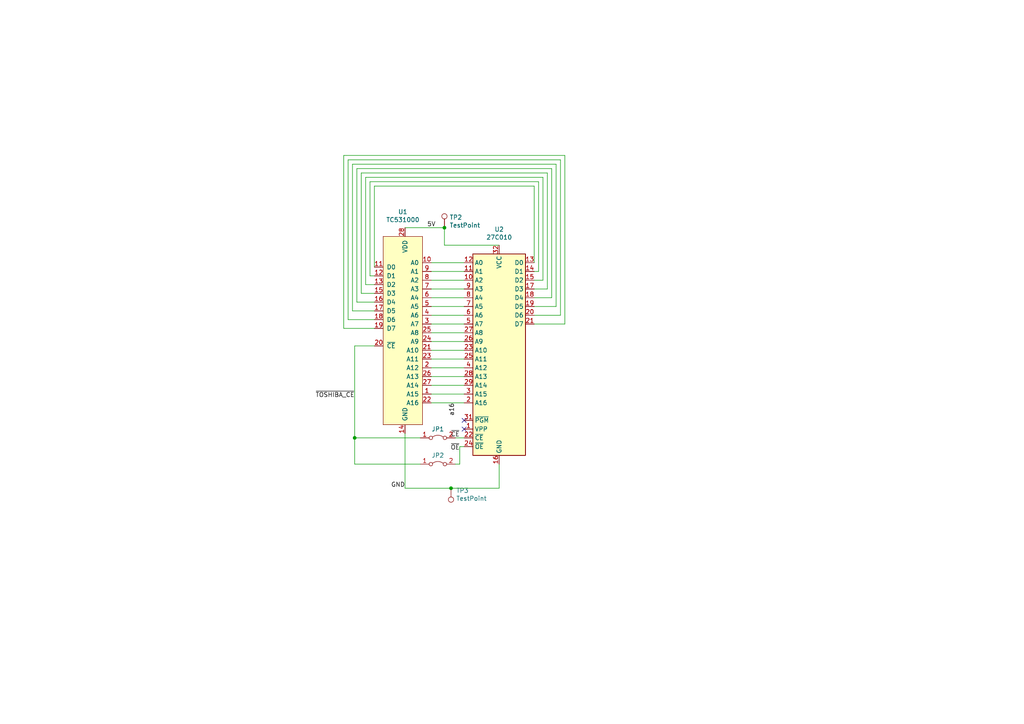
<source format=kicad_sch>
(kicad_sch (version 20230121) (generator eeschema)
  (paper "A4")
  (lib_symbols
    (symbol "Connector:TestPoint" (pin_numbers hide) (pin_names (offset 0.762) hide)
      (property "Reference" "TP" (at 0 6.858 0))
      (property "Value" "TestPoint" (at 0 5.08 0))
      (symbol "TestPoint_0_1"
        (circle (center 0 3.302) (radius 0.762))
      )
      (symbol "TestPoint_1_1"
        (pin passive line (at 0 0 90) (length 2.54) (name "1") (number "1"))
      )
    )
    (symbol "Jumper:Jumper_2_Bridged" (pin_names (offset 0) hide)
      (property "Reference" "JP" (at 0 1.905 0))
      (property "Value" "Jumper_2_Bridged" (at 0 -2.54 0))
      (symbol "Jumper_2_Bridged_0_0"
        (circle (center -2.032 0) (radius 0.508))
        (circle (center 2.032 0) (radius 0.508))
      )
      (symbol "Jumper_2_Bridged_0_1"
        (arc (start 1.524 0.254) (mid 0 0.762) (end -1.524 0.254))
      )
      (symbol "Jumper_2_Bridged_1_1"
        (pin passive line (at -5.08 0 0) (length 2.54) (name "A") (number "1"))
        (pin passive line (at 5.08 0 180) (length 2.54) (name "B") (number "2"))
      )
    )
    (symbol "Memory_EPROM:27C010"
      (property "Reference" "U" (at -7.62 29.21 0))
      (property "Value" "27C010" (at 2.54 -31.75 0))
      (symbol "27C010_1_1"
        (rectangle (start -7.62 27.94) (end 7.62 -30.48) (stroke (width 0.254)) (fill (type background)))
        (pin input line (at -10.16 -22.86 0) (length 2.54) (name "VPP") (number "1"))
        (pin input line (at -10.16 20.32 0) (length 2.54) (name "A2") (number "10"))
        (pin input line (at -10.16 22.86 0) (length 2.54) (name "A1") (number "11"))
        (pin input line (at -10.16 25.4 0) (length 2.54) (name "A0") (number "12"))
        (pin tri_state line (at 10.16 25.4 180) (length 2.54) (name "D0") (number "13"))
        (pin tri_state line (at 10.16 22.86 180) (length 2.54) (name "D1") (number "14"))
        (pin tri_state line (at 10.16 20.32 180) (length 2.54) (name "D2") (number "15"))
        (pin power_in line (at 0 -33.02 90) (length 2.54) (name "GND") (number "16"))
        (pin tri_state line (at 10.16 17.78 180) (length 2.54) (name "D3") (number "17"))
        (pin tri_state line (at 10.16 15.24 180) (length 2.54) (name "D4") (number "18"))
        (pin tri_state line (at 10.16 12.7 180) (length 2.54) (name "D5") (number "19"))
        (pin input line (at -10.16 -15.24 0) (length 2.54) (name "A16") (number "2"))
        (pin tri_state line (at 10.16 10.16 180) (length 2.54) (name "D6") (number "20"))
        (pin tri_state line (at 10.16 7.62 180) (length 2.54) (name "D7") (number "21"))
        (pin input line (at -10.16 -25.4 0) (length 2.54) (name "~{CE}") (number "22"))
        (pin input line (at -10.16 0 0) (length 2.54) (name "A10") (number "23"))
        (pin input line (at -10.16 -27.94 0) (length 2.54) (name "~{OE}") (number "24"))
        (pin input line (at -10.16 -2.54 0) (length 2.54) (name "A11") (number "25"))
        (pin input line (at -10.16 2.54 0) (length 2.54) (name "A9") (number "26"))
        (pin input line (at -10.16 5.08 0) (length 2.54) (name "A8") (number "27"))
        (pin input line (at -10.16 -7.62 0) (length 2.54) (name "A13") (number "28"))
        (pin input line (at -10.16 -10.16 0) (length 2.54) (name "A14") (number "29"))
        (pin input line (at -10.16 -12.7 0) (length 2.54) (name "A15") (number "3"))
        (pin input line (at -10.16 -20.32 0) (length 2.54) (name "~{PGM}") (number "31"))
        (pin power_in line (at 0 30.48 270) (length 2.54) (name "VCC") (number "32"))
        (pin input line (at -10.16 -5.08 0) (length 2.54) (name "A12") (number "4"))
        (pin input line (at -10.16 7.62 0) (length 2.54) (name "A7") (number "5"))
        (pin input line (at -10.16 10.16 0) (length 2.54) (name "A6") (number "6"))
        (pin input line (at -10.16 12.7 0) (length 2.54) (name "A5") (number "7"))
        (pin input line (at -10.16 15.24 0) (length 2.54) (name "A4") (number "8"))
        (pin input line (at -10.16 17.78 0) (length 2.54) (name "A3") (number "9"))
      )
    )
    (symbol "VTech:TC531000" (pin_names (offset 1.016))
      (property "Reference" "U" (at 0 29.21 0))
      (property "Value" "TC531000" (at 0 31.75 0))
      (symbol "TC531000_0_1"
        (rectangle (start -5.08 22.86) (end 6.35 -31.75) (fill (type background)))
      )
      (symbol "TC531000_1_1"
        (pin input line (at -7.62 -22.86 0) (length 2.54) (name "A15") (number "1"))
        (pin input line (at -7.62 15.24 0) (length 2.54) (name "A0") (number "10"))
        (pin bidirectional line (at 8.89 13.97 180) (length 2.54) (name "D0") (number "11"))
        (pin bidirectional line (at 8.89 11.43 180) (length 2.54) (name "D1") (number "12"))
        (pin bidirectional line (at 8.89 8.89 180) (length 2.54) (name "D2") (number "13"))
        (pin power_in line (at 0 -34.29 90) (length 2.54) (name "GND") (number "14"))
        (pin bidirectional line (at 8.89 6.35 180) (length 2.54) (name "D3") (number "15"))
        (pin bidirectional line (at 8.89 3.81 180) (length 2.54) (name "D4") (number "16"))
        (pin bidirectional line (at 8.89 1.27 180) (length 2.54) (name "D5") (number "17"))
        (pin bidirectional line (at 8.89 -1.27 180) (length 2.54) (name "D6") (number "18"))
        (pin bidirectional line (at 8.89 -3.81 180) (length 2.54) (name "D7") (number "19"))
        (pin input line (at -7.62 -15.24 0) (length 2.54) (name "A12") (number "2"))
        (pin input line (at 8.89 -8.89 180) (length 2.54) (name "~{CE}") (number "20"))
        (pin input line (at -7.62 -10.16 0) (length 2.54) (name "A10") (number "21"))
        (pin input line (at -7.62 -25.4 0) (length 2.54) (name "A16") (number "22"))
        (pin input line (at -7.62 -12.7 0) (length 2.54) (name "A11") (number "23"))
        (pin input line (at -7.62 -7.62 0) (length 2.54) (name "A9") (number "24"))
        (pin input line (at -7.62 -5.08 0) (length 2.54) (name "A8") (number "25"))
        (pin input line (at -7.62 -17.78 0) (length 2.54) (name "A13") (number "26"))
        (pin input line (at -7.62 -20.32 0) (length 2.54) (name "A14") (number "27"))
        (pin power_in line (at 0 25.4 270) (length 2.54) (name "VDD") (number "28"))
        (pin input line (at -7.62 -2.54 0) (length 2.54) (name "A7") (number "3"))
        (pin input line (at -7.62 0 0) (length 2.54) (name "A6") (number "4"))
        (pin input line (at -7.62 2.54 0) (length 2.54) (name "A5") (number "5"))
        (pin input line (at -7.62 5.08 0) (length 2.54) (name "A4") (number "6"))
        (pin input line (at -7.62 7.62 0) (length 2.54) (name "A3") (number "7"))
        (pin input line (at -7.62 10.16 0) (length 2.54) (name "A2") (number "8"))
        (pin input line (at -7.62 12.7 0) (length 2.54) (name "A1") (number "9"))
      )
    )
  )
  (junction (at 130.81 141.605))
  (junction (at 128.905 66.04))
  (junction (at 102.87 127))
  (no_connect (at 134.62 121.92))
  (no_connect (at 134.62 124.46))
  (wire (pts (xy 107.315 80.01) (xy 108.585 80.01)))
  (wire (pts (xy 133.35 134.62) (xy 132.08 134.62)))
  (wire (pts (xy 121.92 127) (xy 102.87 127)))
  (wire (pts (xy 156.21 78.74) (xy 156.21 52.705)))
  (wire (pts (xy 100.965 46.355) (xy 162.56 46.355)))
  (wire (pts (xy 125.095 93.98) (xy 134.62 93.98)))
  (wire (pts (xy 125.095 111.76) (xy 134.62 111.76)))
  (wire (pts (xy 154.94 93.98) (xy 163.83 93.98)))
  (wire (pts (xy 125.095 116.84) (xy 134.62 116.84)))
  (wire (pts (xy 128.905 66.04) (xy 117.475 66.04)))
  (wire (pts (xy 162.56 91.44) (xy 154.94 91.44)))
  (wire (pts (xy 134.62 129.54) (xy 133.35 129.54)))
  (wire (pts (xy 108.585 92.71) (xy 100.965 92.71)))
  (wire (pts (xy 134.62 114.3) (xy 125.095 114.3)))
  (wire (pts (xy 125.095 106.68) (xy 134.62 106.68)))
  (wire (pts (xy 103.505 48.895) (xy 160.02 48.895)))
  (wire (pts (xy 157.48 51.435) (xy 157.48 81.28)))
  (wire (pts (xy 134.62 81.28) (xy 125.095 81.28)))
  (wire (pts (xy 99.695 95.25) (xy 108.585 95.25)))
  (wire (pts (xy 125.095 96.52) (xy 134.62 96.52)))
  (wire (pts (xy 154.94 88.9) (xy 161.29 88.9)))
  (wire (pts (xy 134.62 127) (xy 132.08 127)))
  (wire (pts (xy 104.775 50.165) (xy 104.775 85.09)))
  (wire (pts (xy 125.095 101.6) (xy 134.62 101.6)))
  (wire (pts (xy 106.045 51.435) (xy 157.48 51.435)))
  (wire (pts (xy 156.21 52.705) (xy 107.315 52.705)))
  (wire (pts (xy 134.62 104.14) (xy 125.095 104.14)))
  (wire (pts (xy 163.83 93.98) (xy 163.83 45.085)))
  (wire (pts (xy 163.83 45.085) (xy 99.695 45.085)))
  (wire (pts (xy 134.62 76.2) (xy 125.095 76.2)))
  (wire (pts (xy 134.62 109.22) (xy 125.095 109.22)))
  (wire (pts (xy 106.045 82.55) (xy 106.045 51.435)))
  (wire (pts (xy 100.965 92.71) (xy 100.965 46.355)))
  (wire (pts (xy 161.29 88.9) (xy 161.29 47.625)))
  (wire (pts (xy 102.87 100.33) (xy 108.585 100.33)))
  (wire (pts (xy 154.94 78.74) (xy 156.21 78.74)))
  (wire (pts (xy 125.095 83.82) (xy 134.62 83.82)))
  (wire (pts (xy 102.235 90.17) (xy 108.585 90.17)))
  (wire (pts (xy 102.87 134.62) (xy 102.87 127)))
  (wire (pts (xy 103.505 87.63) (xy 103.505 48.895)))
  (wire (pts (xy 108.585 53.975) (xy 154.94 53.975)))
  (wire (pts (xy 160.02 48.895) (xy 160.02 86.36)))
  (wire (pts (xy 104.775 85.09) (xy 108.585 85.09)))
  (wire (pts (xy 144.78 141.605) (xy 144.78 134.62)))
  (wire (pts (xy 133.35 129.54) (xy 133.35 134.62)))
  (wire (pts (xy 158.75 83.82) (xy 158.75 50.165)))
  (wire (pts (xy 144.78 71.12) (xy 128.905 71.12)))
  (wire (pts (xy 108.585 82.55) (xy 106.045 82.55)))
  (wire (pts (xy 125.095 88.9) (xy 134.62 88.9)))
  (wire (pts (xy 130.81 141.605) (xy 144.78 141.605)))
  (wire (pts (xy 134.62 91.44) (xy 125.095 91.44)))
  (wire (pts (xy 117.475 141.605) (xy 130.81 141.605)))
  (wire (pts (xy 107.315 52.705) (xy 107.315 80.01)))
  (wire (pts (xy 117.475 125.73) (xy 117.475 141.605)))
  (wire (pts (xy 102.87 100.33) (xy 102.87 127)))
  (wire (pts (xy 160.02 86.36) (xy 154.94 86.36)))
  (wire (pts (xy 121.92 134.62) (xy 102.87 134.62)))
  (wire (pts (xy 134.62 99.06) (xy 125.095 99.06)))
  (wire (pts (xy 157.48 81.28) (xy 154.94 81.28)))
  (wire (pts (xy 128.905 71.12) (xy 128.905 66.04)))
  (wire (pts (xy 158.75 50.165) (xy 104.775 50.165)))
  (wire (pts (xy 134.62 86.36) (xy 125.095 86.36)))
  (wire (pts (xy 102.235 47.625) (xy 102.235 90.17)))
  (wire (pts (xy 108.585 87.63) (xy 103.505 87.63)))
  (wire (pts (xy 154.94 83.82) (xy 158.75 83.82)))
  (wire (pts (xy 125.095 78.74) (xy 134.62 78.74)))
  (wire (pts (xy 108.585 77.47) (xy 108.585 53.975)))
  (wire (pts (xy 161.29 47.625) (xy 102.235 47.625)))
  (wire (pts (xy 162.56 46.355) (xy 162.56 91.44)))
  (wire (pts (xy 154.94 53.975) (xy 154.94 76.2)))
  (wire (pts (xy 99.695 45.085) (xy 99.695 95.25)))
  (label "GND" (at 117.475 141.605 180))
  (label "a16" (at 132.08 116.84 270))
  (label "~{TOSHIBA_CE}" (at 102.87 115.57 180))
  (label "5V" (at 126.365 66.04 180))
  (label "~{CE}" (at 133.35 127 180))
  (label "~{OE}" (at 133.35 130.81 180))
  (symbol (lib_id "VTech:TC531000") (at 117.475 91.44 0) (mirror y) (unit 1)
    (property "Reference" "U1" (at 116.84 61.4426 0))
    (property "Value" "TC531000" (at 116.84 63.754 0))
    (property "Footprint" "Package_DIP:DIP-28_W15.24mm_Socket_LongPads" (effects hide))
  )
  (symbol (lib_id "Memory_EPROM:27C010") (at 144.78 101.6 0) (unit 1)
    (property "Reference" "U2" (at 144.78 66.5226 0))
    (property "Value" "27C010" (at 144.78 68.834 0))
    (property "Footprint" "Package_DIP:DIP-32_W15.24mm_Socket_LongPads" (effects hide))
    (property "Datasheet" "http://ww1.microchip.com/downloads/en/DeviceDoc/doc0321.pdf" (effects hide))
  )
  (symbol (lib_id "Connector:TestPoint") (at 128.905 66.04 0) (unit 1)
    (property "Reference" "TP2" (at 130.3782 63.0428 0) (effects (justify left)))
    (property "Value" "TestPoint" (at 130.3782 65.3542 0) (effects (justify left)))
    (property "Footprint" "TestPoint:TestPoint_Plated_Hole_D3.0mm" (effects hide))
  )
  (symbol (lib_id "Connector:TestPoint") (at 130.81 141.605 180) (unit 1)
    (property "Reference" "TP3" (at 132.2832 142.2654 0) (effects (justify right)))
    (property "Value" "TestPoint" (at 132.2832 144.5768 0) (effects (justify right)))
    (property "Footprint" "TestPoint:TestPoint_Plated_Hole_D3.0mm" (effects hide))
  )
  (symbol (lib_id "Jumper:Jumper_2_Bridged") (at 127 134.62 0) (unit 1)
    (property "Reference" "JP2" (at 127 132.08 0))
    (property "Value" "Jumper_2_Bridged" (effects hide))
    (property "Footprint" "Connector_PinHeader_2.54mm:PinHeader_1x02_P2.54mm_Vertical" (effects hide))
  )
  (symbol (lib_id "Jumper:Jumper_2_Bridged") (at 127 127 0) (unit 1)
    (property "Reference" "JP1" (at 127 124.46 0))
    (property "Value" "Jumper_2_Bridged" (effects hide))
    (property "Footprint" "Connector_PinHeader_2.54mm:PinHeader_1x02_P2.54mm_Vertical" (effects hide))
  )
)
</source>
